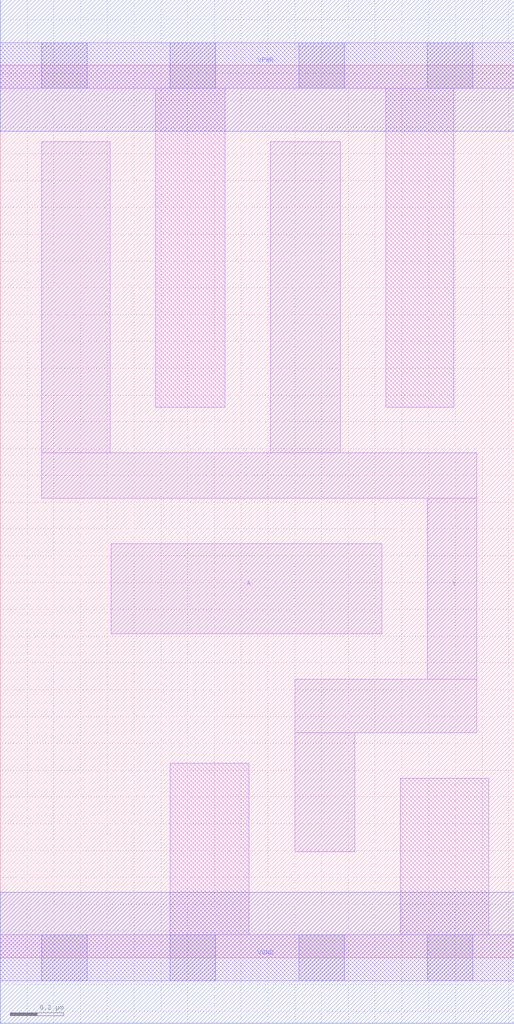
<source format=lef>
# Copyright 2020 The SkyWater PDK Authors
#
# Licensed under the Apache License, Version 2.0 (the "License");
# you may not use this file except in compliance with the License.
# You may obtain a copy of the License at
#
#     https://www.apache.org/licenses/LICENSE-2.0
#
# Unless required by applicable law or agreed to in writing, software
# distributed under the License is distributed on an "AS IS" BASIS,
# WITHOUT WARRANTIES OR CONDITIONS OF ANY KIND, either express or implied.
# See the License for the specific language governing permissions and
# limitations under the License.
#
# SPDX-License-Identifier: Apache-2.0

VERSION 5.7 ;
  NOWIREEXTENSIONATPIN ON ;
  DIVIDERCHAR "/" ;
  BUSBITCHARS "[]" ;
UNITS
  DATABASE MICRONS 200 ;
END UNITS
MACRO sky130_fd_sc_lp__clkinv_2
  CLASS CORE ;
  FOREIGN sky130_fd_sc_lp__clkinv_2 ;
  ORIGIN  0.000000  0.000000 ;
  SIZE  1.920000 BY  3.330000 ;
  SYMMETRY X Y R90 ;
  SITE unit ;
  PIN A
    ANTENNAGATEAREA  0.693000 ;
    DIRECTION INPUT ;
    USE SIGNAL ;
    PORT
      LAYER li1 ;
        RECT 0.415000 1.210000 1.425000 1.545000 ;
    END
  END A
  PIN Y
    ANTENNADIFFAREA  0.804300 ;
    DIRECTION OUTPUT ;
    USE SIGNAL ;
    PORT
      LAYER li1 ;
        RECT 0.155000 1.715000 1.780000 1.885000 ;
        RECT 0.155000 1.885000 0.410000 3.045000 ;
        RECT 1.010000 1.885000 1.270000 3.045000 ;
        RECT 1.100000 0.395000 1.325000 0.840000 ;
        RECT 1.100000 0.840000 1.780000 1.040000 ;
        RECT 1.595000 1.040000 1.780000 1.715000 ;
    END
  END Y
  PIN VGND
    DIRECTION INOUT ;
    USE GROUND ;
    PORT
      LAYER met1 ;
        RECT 0.000000 -0.245000 1.920000 0.245000 ;
    END
  END VGND
  PIN VPWR
    DIRECTION INOUT ;
    USE POWER ;
    PORT
      LAYER met1 ;
        RECT 0.000000 3.085000 1.920000 3.575000 ;
    END
  END VPWR
  OBS
    LAYER li1 ;
      RECT 0.000000 -0.085000 1.920000 0.085000 ;
      RECT 0.000000  3.245000 1.920000 3.415000 ;
      RECT 0.580000  2.055000 0.840000 3.245000 ;
      RECT 0.635000  0.085000 0.930000 0.725000 ;
      RECT 1.440000  2.055000 1.695000 3.245000 ;
      RECT 1.495000  0.085000 1.825000 0.670000 ;
    LAYER mcon ;
      RECT 0.155000 -0.085000 0.325000 0.085000 ;
      RECT 0.155000  3.245000 0.325000 3.415000 ;
      RECT 0.635000 -0.085000 0.805000 0.085000 ;
      RECT 0.635000  3.245000 0.805000 3.415000 ;
      RECT 1.115000 -0.085000 1.285000 0.085000 ;
      RECT 1.115000  3.245000 1.285000 3.415000 ;
      RECT 1.595000 -0.085000 1.765000 0.085000 ;
      RECT 1.595000  3.245000 1.765000 3.415000 ;
  END
END sky130_fd_sc_lp__clkinv_2
END LIBRARY

</source>
